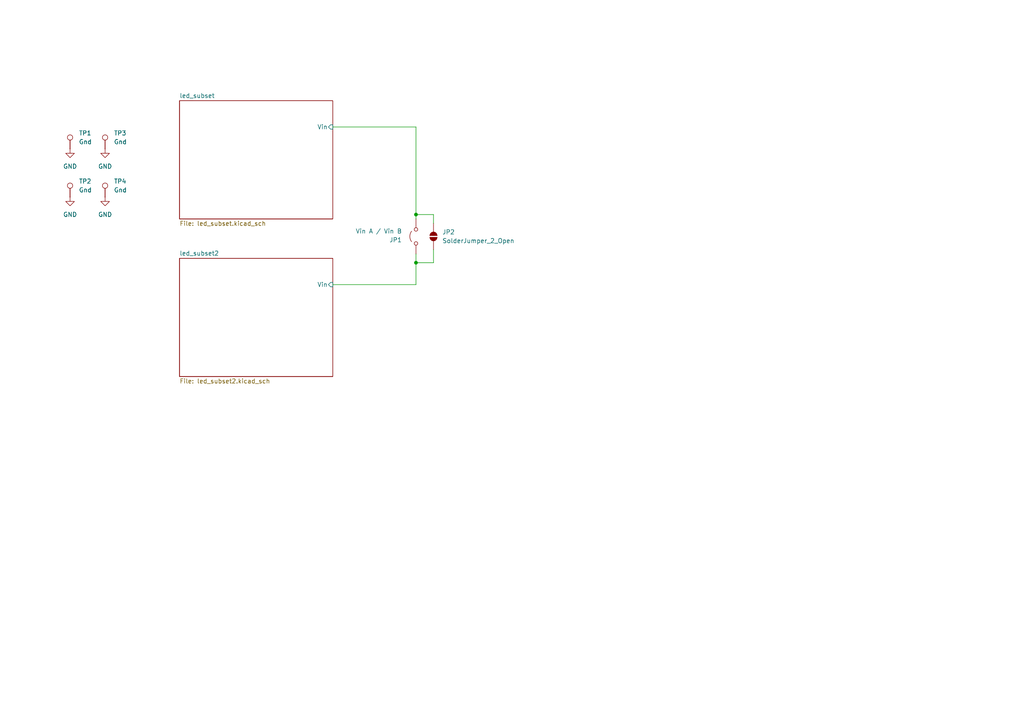
<source format=kicad_sch>
(kicad_sch (version 20250114) (generator "eeschema") (generator_version "9.0")
  (paper "A4")
  (lib_symbols
    (symbol "Connector:TestPoint" (pin_numbers (hide yes)) (pin_names (offset 0.762) (hide yes))
      (property "Reference" "TP" (at 0 6.858 0))
      (property "Value" "TestPoint" (at 0 5.08 0))
      (symbol "TestPoint_0_1"
        (circle (center 0 3.302) (radius 0.762))
      )
      (symbol "TestPoint_1_1"
        (pin passive line (at 0 0 90) (length 2.54) (name "1") (number "1"))
      )
    )
    (symbol "Jumper:Jumper_2_Open" (pin_numbers (hide yes)) (pin_names (offset 0) (hide yes))
      (property "Reference" "JP" (at 0 2.794 0))
      (property "Value" "Jumper_2_Open" (at 0 -2.286 0))
      (symbol "Jumper_2_Open_0_0"
        (circle (center -2.032 0) (radius 0.508))
        (circle (center 2.032 0) (radius 0.508))
      )
      (symbol "Jumper_2_Open_0_1"
        (arc (start -1.524 1.27) (mid 0 1.778) (end 1.524 1.27))
      )
      (symbol "Jumper_2_Open_1_1"
        (pin passive line (at -5.08 0 0) (length 2.54) (name "A") (number "1"))
        (pin passive line (at 5.08 0 180) (length 2.54) (name "B") (number "2"))
      )
    )
    (symbol "Jumper:SolderJumper_2_Open" (pin_numbers (hide yes)) (pin_names (offset 0) (hide yes)) (in_bom no)
      (property "Reference" "JP" (at 0 2.032 0))
      (property "Value" "SolderJumper_2_Open" (at 0 -2.54 0))
      (symbol "SolderJumper_2_Open_0_1"
        (polyline (pts (xy -0.254 1.016) (xy -0.254 -1.016)))
        (arc (start -0.254 -1.016) (mid -1.2656 0) (end -0.254 1.016))
        (arc (start -0.254 -1.016) (mid -1.2656 0) (end -0.254 1.016) (fill (type outline)))
        (arc (start 0.254 1.016) (mid 1.2656 0) (end 0.254 -1.016))
        (arc (start 0.254 1.016) (mid 1.2656 0) (end 0.254 -1.016) (fill (type outline)))
        (polyline (pts (xy 0.254 1.016) (xy 0.254 -1.016)))
      )
      (symbol "SolderJumper_2_Open_1_1"
        (pin passive line (at -3.81 0 0) (length 2.54) (name "A") (number "1"))
        (pin passive line (at 3.81 0 180) (length 2.54) (name "B") (number "2"))
      )
    )
    (symbol "power:GND" (power) (pin_numbers (hide yes)) (pin_names (offset 0) (hide yes))
      (property "Value" "GND" (at 0 -3.81 0))
      (symbol "GND_0_1"
        (polyline (pts (xy 0 0) (xy 0 -1.27) (xy 1.27 -1.27) (xy 0 -2.54) (xy -1.27 -1.27) (xy 0 -1.27)))
      )
      (symbol "GND_1_1"
        (pin power_in line (at 0 0 270) (length 0) (name "~") (number "1"))
      )
    )
  )
  (junction (at 120.65 76.2))
  (junction (at 120.65 62.23))
  (wire (pts (xy 120.65 36.83) (xy 120.65 62.23)))
  (wire (pts (xy 96.52 36.83) (xy 120.65 36.83)))
  (wire (pts (xy 120.65 76.2) (xy 120.65 82.55)))
  (wire (pts (xy 120.65 62.23) (xy 125.73 62.23)))
  (wire (pts (xy 125.73 64.77) (xy 125.73 62.23)))
  (wire (pts (xy 120.65 62.23) (xy 120.65 63.5)))
  (wire (pts (xy 120.65 82.55) (xy 96.52 82.55)))
  (wire (pts (xy 120.65 73.66) (xy 120.65 76.2)))
  (wire (pts (xy 125.73 76.2) (xy 120.65 76.2)))
  (wire (pts (xy 125.73 72.39) (xy 125.73 76.2)))
  (symbol (lib_id "power:GND") (at 20.32 57.15 0) (unit 1)
    (property "Reference" "#PWR02" (effects (hide yes)))
    (property "Value" "GND" (at 20.32 62.23 0))
    (property "Description" "Power symbol creates a global label with name \"GND\" , ground" (effects (hide yes)))
  )
  (symbol (lib_id "power:GND") (at 30.48 57.15 0) (unit 1)
    (property "Reference" "#PWR04" (effects (hide yes)))
    (property "Value" "GND" (at 30.48 62.23 0))
    (property "Description" "Power symbol creates a global label with name \"GND\" , ground" (effects (hide yes)))
  )
  (symbol (lib_id "power:GND") (at 30.48 43.18 0) (unit 1)
    (property "Reference" "#PWR03" (effects (hide yes)))
    (property "Value" "GND" (at 30.48 48.26 0))
    (property "Description" "Power symbol creates a global label with name \"GND\" , ground" (effects (hide yes)))
  )
  (symbol (lib_id "power:GND") (at 20.32 43.18 0) (unit 1)
    (property "Reference" "#PWR01" (effects (hide yes)))
    (property "Value" "GND" (at 20.32 48.26 0))
    (property "Description" "Power symbol creates a global label with name \"GND\" , ground" (effects (hide yes)))
  )
  (symbol (lib_id "Jumper:SolderJumper_2_Open") (at 125.73 68.58 90) (unit 1) (in_bom no)
    (property "Reference" "JP2" (at 128.27 67.3099 90) (effects (justify right)))
    (property "Value" "SolderJumper_2_Open" (at 128.27 69.8499 90) (effects (justify right)))
    (property "Footprint" "Jumper:SolderJumper-2_P1.3mm_Open_RoundedPad1.0x1.5mm" (effects (hide yes)))
    (property "Description" "Solder Jumper, 2-pole, open" (effects (hide yes)))
  )
  (symbol (lib_id "Connector:TestPoint") (at 20.32 57.15 0) (unit 1)
    (property "Reference" "TP2" (at 22.86 52.5779 0) (effects (justify left)))
    (property "Value" "Gnd" (at 22.86 55.1179 0) (effects (justify left)))
    (property "Footprint" "TestPoint:TestPoint_Pad_4.0x4.0mm" (effects (hide yes)))
    (property "Description" "test point" (effects (hide yes)))
  )
  (symbol (lib_id "Connector:TestPoint") (at 30.48 43.18 0) (unit 1)
    (property "Reference" "TP3" (at 33.02 38.6079 0) (effects (justify left)))
    (property "Value" "Gnd" (at 33.02 41.1479 0) (effects (justify left)))
    (property "Footprint" "TestPoint:TestPoint_Pad_4.0x4.0mm" (effects (hide yes)))
    (property "Description" "test point" (effects (hide yes)))
  )
  (symbol (lib_id "Connector:TestPoint") (at 30.48 57.15 0) (unit 1)
    (property "Reference" "TP4" (at 33.02 52.5779 0) (effects (justify left)))
    (property "Value" "Gnd" (at 33.02 55.1179 0) (effects (justify left)))
    (property "Footprint" "TestPoint:TestPoint_Pad_4.0x4.0mm" (effects (hide yes)))
    (property "Description" "test point" (effects (hide yes)))
  )
  (symbol (lib_id "Connector:TestPoint") (at 20.32 43.18 0) (unit 1)
    (property "Reference" "TP1" (at 22.86 38.6079 0) (effects (justify left)))
    (property "Value" "Gnd" (at 22.86 41.1479 0) (effects (justify left)))
    (property "Footprint" "TestPoint:TestPoint_Pad_4.0x4.0mm" (effects (hide yes)))
    (property "Description" "test point" (effects (hide yes)))
  )
  (symbol (lib_id "Jumper:Jumper_2_Open") (at 120.65 68.58 90) (unit 1)
    (property "Reference" "JP1" (at 116.586 69.596 90) (effects (justify left)))
    (property "Value" "Vin A / Vin B" (at 116.586 67.056 90) (effects (justify left)))
    (property "Footprint" "Connector_PinHeader_2.54mm:PinHeader_1x02_P2.54mm_Vertical" (effects (hide yes)))
    (property "Description" "Jumper, 2-pole, open" (effects (hide yes)))
  )
  (sheet (at 52.07 74.93) (size 44.45 34.29) (stroke (width 0.1524))
    (property "Sheetname" "led_subset2" (at 52.07 74.2184 0) (effects (justify left bottom)))
    (property "Sheetfile" "led_subset2.kicad_sch" (at 52.07 109.8046 0) (effects (justify left top)))
    (pin "Vin" input (at 96.52 82.55 0))
  )
  (sheet (at 52.07 29.21) (size 44.45 34.29) (stroke (width 0.1524))
    (property "Sheetname" "led_subset" (at 52.07 28.4984 0) (effects (justify left bottom)))
    (property "Sheetfile" "led_subset.kicad_sch" (at 52.07 64.0846 0) (effects (justify left top)))
    (pin "Vin" input (at 96.52 36.83 0))
  )
)
</source>
